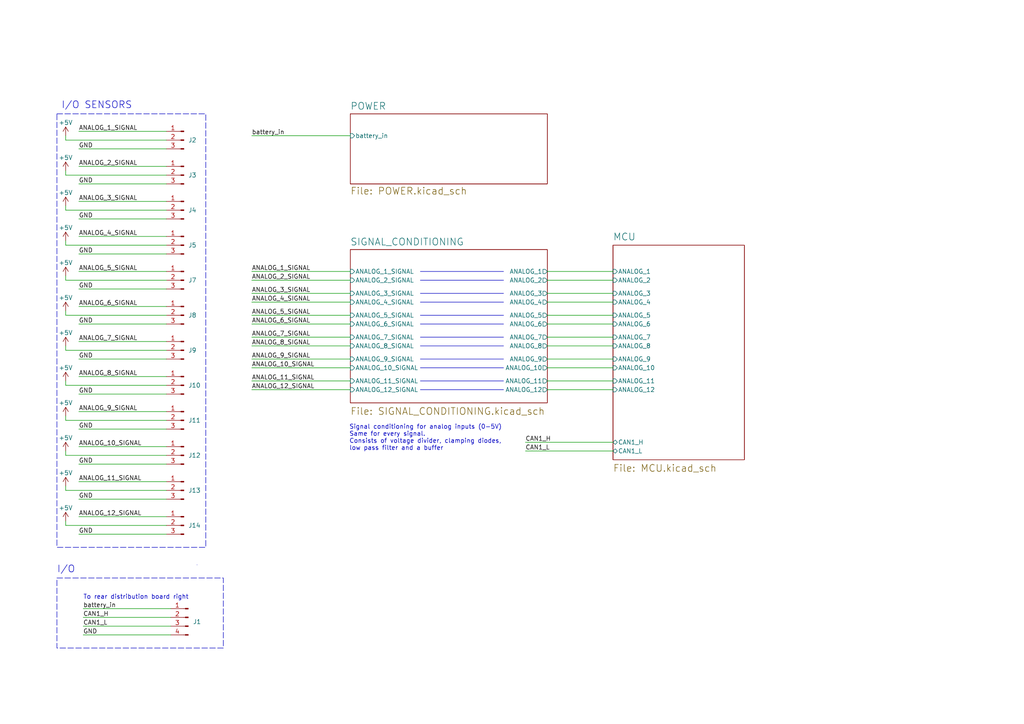
<source format=kicad_sch>
(kicad_sch (version 20230121) (generator eeschema)
  (paper "A4")
  (title_block (title "VEHICLE MEASUREMENT UNIT (VMU)") (date "2020-05-05") (rev "1.0") (company "KTH FORMULA STUDENT") (comment 1 "DeV17/Dev18") (comment 2 "FANNY NYBERG") (comment 3 "FNYBE@KTH.SE"))
  (lib_symbols
    (symbol "Connector:Conn_01x03_Pin" (pin_names (offset 1.016) hide)
      (property "Reference" "J" (at 0 5.08 0))
      (property "Value" "Conn_01x03_Pin" (at 0 -5.08 0))
      (symbol "Conn_01x03_Pin_1_1"
        (polyline (pts (xy 1.27 -2.54) (xy 0.8636 -2.54)) (stroke (width 0.1524)))
        (polyline (pts (xy 1.27 0) (xy 0.8636 0)) (stroke (width 0.1524)))
        (polyline (pts (xy 1.27 2.54) (xy 0.8636 2.54)) (stroke (width 0.1524)))
        (rectangle (start 0.8636 -2.413) (end 0 -2.667) (stroke (width 0.1524)) (fill (type outline)))
        (rectangle (start 0.8636 0.127) (end 0 -0.127) (stroke (width 0.1524)) (fill (type outline)))
        (rectangle (start 0.8636 2.667) (end 0 2.413) (stroke (width 0.1524)) (fill (type outline)))
        (pin passive line (at 5.08 2.54 180) (length 3.81) (name "Pin_1") (number "1"))
        (pin passive line (at 5.08 0 180) (length 3.81) (name "Pin_2") (number "2"))
        (pin passive line (at 5.08 -2.54 180) (length 3.81) (name "Pin_3") (number "3"))
      )
    )
    (symbol "Connector:Conn_01x04_Pin" (pin_names (offset 1.016) hide)
      (property "Reference" "J" (at 0 5.08 0))
      (property "Value" "Conn_01x04_Pin" (at 0 -7.62 0))
      (symbol "Conn_01x04_Pin_1_1"
        (polyline (pts (xy 1.27 -5.08) (xy 0.8636 -5.08)) (stroke (width 0.1524)))
        (polyline (pts (xy 1.27 -2.54) (xy 0.8636 -2.54)) (stroke (width 0.1524)))
        (polyline (pts (xy 1.27 0) (xy 0.8636 0)) (stroke (width 0.1524)))
        (polyline (pts (xy 1.27 2.54) (xy 0.8636 2.54)) (stroke (width 0.1524)))
        (rectangle (start 0.8636 -4.953) (end 0 -5.207) (stroke (width 0.1524)) (fill (type outline)))
        (rectangle (start 0.8636 -2.413) (end 0 -2.667) (stroke (width 0.1524)) (fill (type outline)))
        (rectangle (start 0.8636 0.127) (end 0 -0.127) (stroke (width 0.1524)) (fill (type outline)))
        (rectangle (start 0.8636 2.667) (end 0 2.413) (stroke (width 0.1524)) (fill (type outline)))
        (pin passive line (at 5.08 2.54 180) (length 3.81) (name "Pin_1") (number "1"))
        (pin passive line (at 5.08 0 180) (length 3.81) (name "Pin_2") (number "2"))
        (pin passive line (at 5.08 -2.54 180) (length 3.81) (name "Pin_3") (number "3"))
        (pin passive line (at 5.08 -5.08 180) (length 3.81) (name "Pin_4") (number "4"))
      )
    )
    (symbol "power:+5V" (power) (pin_names (offset 0))
      (property "Value" "+5V" (at 0 3.556 0))
      (symbol "+5V_0_1"
        (polyline (pts (xy -0.762 1.27) (xy 0 2.54)))
        (polyline (pts (xy 0 0) (xy 0 2.54)))
        (polyline (pts (xy 0 2.54) (xy 0.762 1.27)))
      )
      (symbol "+5V_1_1"
        (pin power_in line (at 0 0 90) (length 0) hide (name "+5V") (number "1"))
      )
    )
  )
  (wire (pts (xy 22.86 144.78) (xy 48.26 144.78)))
  (wire (pts (xy 22.86 68.58) (xy 48.26 68.58)))
  (wire (pts (xy 177.8 110.49) (xy 158.75 110.49)))
  (wire (pts (xy 22.86 114.3) (xy 48.26 114.3)))
  (wire (pts (xy 177.8 93.98) (xy 158.75 93.98)))
  (wire (pts (xy 19.05 101.6) (xy 19.05 100.33)))
  (wire (pts (xy 48.26 71.12) (xy 19.05 71.12)))
  (wire (pts (xy 177.8 104.14) (xy 158.75 104.14)))
  (wire (pts (xy 73.025 100.33) (xy 101.6 100.33)))
  (wire (pts (xy 73.025 91.44) (xy 101.6 91.44)))
  (wire (pts (xy 73.025 113.03) (xy 101.6 113.03)))
  (wire (pts (xy 22.86 73.66) (xy 48.26 73.66)))
  (polyline (pts (xy 121.92 85.09) (xy 146.05 85.09)))
  (wire (pts (xy 48.26 50.8) (xy 19.05 50.8)))
  (wire (pts (xy 19.05 40.64) (xy 19.05 39.37)))
  (wire (pts (xy 22.86 109.22) (xy 48.26 109.22)))
  (wire (pts (xy 22.86 104.14) (xy 48.26 104.14)))
  (wire (pts (xy 152.4 130.81) (xy 177.8 130.81)))
  (wire (pts (xy 48.26 111.76) (xy 19.05 111.76)))
  (wire (pts (xy 24.13 176.53) (xy 49.53 176.53)))
  (polyline (pts (xy 146.05 104.14) (xy 121.92 104.14)))
  (wire (pts (xy 48.26 40.64) (xy 19.05 40.64)))
  (wire (pts (xy 19.05 121.92) (xy 19.05 120.65)))
  (wire (pts (xy 177.8 113.03) (xy 158.75 113.03)))
  (polyline (pts (xy 146.05 100.33) (xy 121.92 100.33)))
  (wire (pts (xy 48.26 101.6) (xy 19.05 101.6)))
  (wire (pts (xy 158.75 97.79) (xy 177.8 97.79)))
  (wire (pts (xy 24.13 184.15) (xy 49.53 184.15)))
  (wire (pts (xy 22.86 38.1) (xy 48.26 38.1)))
  (wire (pts (xy 48.26 142.24) (xy 19.05 142.24)))
  (wire (pts (xy 22.86 53.34) (xy 48.26 53.34)))
  (wire (pts (xy 48.26 81.28) (xy 19.05 81.28)))
  (wire (pts (xy 19.05 152.4) (xy 19.05 151.13)))
  (wire (pts (xy 19.05 132.08) (xy 19.05 130.81)))
  (wire (pts (xy 73.025 81.28) (xy 101.6 81.28)))
  (wire (pts (xy 73.025 104.14) (xy 101.6 104.14)))
  (wire (pts (xy 177.8 106.68) (xy 158.75 106.68)))
  (wire (pts (xy 73.025 78.74) (xy 101.6 78.74)))
  (polyline (pts (xy 146.05 106.68) (xy 121.92 106.68)))
  (wire (pts (xy 22.86 134.62) (xy 48.26 134.62)))
  (wire (pts (xy 22.86 149.86) (xy 48.26 149.86)))
  (wire (pts (xy 24.13 181.61) (xy 49.53 181.61)))
  (wire (pts (xy 73.025 87.63) (xy 101.6 87.63)))
  (wire (pts (xy 22.86 88.9) (xy 48.26 88.9)))
  (wire (pts (xy 22.86 78.74) (xy 48.26 78.74)))
  (wire (pts (xy 48.26 91.44) (xy 19.05 91.44)))
  (wire (pts (xy 48.26 152.4) (xy 19.05 152.4)))
  (wire (pts (xy 73.025 93.98) (xy 101.6 93.98)))
  (wire (pts (xy 48.26 121.92) (xy 19.05 121.92)))
  (wire (pts (xy 22.86 43.18) (xy 48.26 43.18)))
  (wire (pts (xy 158.75 78.74) (xy 177.8 78.74)))
  (polyline (pts (xy 146.05 93.98) (xy 121.92 93.98)))
  (wire (pts (xy 73.025 85.09) (xy 101.6 85.09)))
  (wire (pts (xy 22.86 119.38) (xy 48.26 119.38)))
  (wire (pts (xy 22.86 48.26) (xy 48.26 48.26)))
  (polyline (pts (xy 146.05 113.03) (xy 121.92 113.03)))
  (wire (pts (xy 73.025 110.49) (xy 101.6 110.49)))
  (wire (pts (xy 22.86 154.94) (xy 48.26 154.94)))
  (wire (pts (xy 152.4 128.27) (xy 177.8 128.27)))
  (wire (pts (xy 22.86 139.7) (xy 48.26 139.7)))
  (wire (pts (xy 48.26 132.08) (xy 19.05 132.08)))
  (polyline (pts (xy 121.92 91.44) (xy 146.05 91.44)))
  (wire (pts (xy 19.05 71.12) (xy 19.05 69.85)))
  (polyline (pts (xy 146.05 87.63) (xy 121.92 87.63)))
  (wire (pts (xy 158.75 85.09) (xy 177.8 85.09)))
  (wire (pts (xy 48.26 60.96) (xy 19.05 60.96)))
  (polyline (pts (xy 121.92 78.74) (xy 146.05 78.74)))
  (wire (pts (xy 177.8 87.63) (xy 158.75 87.63)))
  (polyline (pts (xy 121.92 97.79) (xy 146.05 97.79)))
  (wire (pts (xy 177.8 81.28) (xy 158.75 81.28)))
  (wire (pts (xy 73.025 39.37) (xy 101.6 39.37)))
  (wire (pts (xy 22.86 83.82) (xy 48.26 83.82)))
  (wire (pts (xy 22.86 99.06) (xy 48.26 99.06)))
  (wire (pts (xy 19.05 91.44) (xy 19.05 90.17)))
  (wire (pts (xy 177.8 100.33) (xy 158.75 100.33)))
  (wire (pts (xy 22.86 129.54) (xy 48.26 129.54)))
  (wire (pts (xy 22.86 124.46) (xy 48.26 124.46)))
  (polyline (pts (xy 146.05 81.28) (xy 121.92 81.28)))
  (wire (pts (xy 22.86 58.42) (xy 48.26 58.42)))
  (wire (pts (xy 158.75 91.44) (xy 177.8 91.44)))
  (wire (pts (xy 22.86 93.98) (xy 48.26 93.98)))
  (polyline (pts (xy 146.05 110.49) (xy 121.92 110.49)))
  (wire (pts (xy 19.05 60.96) (xy 19.05 59.69)))
  (wire (pts (xy 19.05 50.8) (xy 19.05 49.53)))
  (wire (pts (xy 19.05 111.76) (xy 19.05 110.49)))
  (wire (pts (xy 73.025 106.68) (xy 101.6 106.68)))
  (wire (pts (xy 24.13 179.07) (xy 49.53 179.07)))
  (wire (pts (xy 19.05 142.24) (xy 19.05 140.97)))
  (wire (pts (xy 73.025 97.79) (xy 101.6 97.79)))
  (wire (pts (xy 22.86 63.5) (xy 48.26 63.5)))
  (wire (pts (xy 19.05 81.28) (xy 19.05 80.01)))
  (rectangle (start 16.51 167.64) (end 64.77 187.96) (stroke (width 0) (type dash)))
  (rectangle (start 16.51 33.02) (end 59.69 158.75) (stroke (width 0) (type dash)))
  (rectangle (start 57.15 163.83) (end 57.15 163.83))
  (text "I/O SENSORS" (at 17.78 31.75 0) (effects (font (size 2 2)) (justify left bottom)))
  (text "I/O" (at 16.51 166.37 0) (effects (font (size 2 2)) (justify left bottom)))
  (text " Signal conditioning for analog inputs (0-5V)\n Same for every signal.\n Consists of voltage divider, clamping diodes,\n low pass filter and a buffer" (at 100.33 130.81 0) (effects (font (size 1.27 1.27)) (justify left bottom)))
  (text "To rear distribution board right\n" (at 24.13 173.99 0) (effects (font (size 1.27 1.27)) (justify left bottom)))
  (label "GND" (at 22.86 63.5 0))
  (label "ANALOG_7_SIGNAL" (at 22.86 99.06 0))
  (label "ANALOG_12_SIGNAL" (at 22.86 149.86 0))
  (label "ANALOG_4_SIGNAL" (at 73.025 87.63 0))
  (label "GND" (at 24.13 184.15 0))
  (label "ANALOG_8_SIGNAL" (at 73.025 100.33 0))
  (label "ANALOG_2_SIGNAL" (at 22.86 48.26 0))
  (label "ANALOG_6_SIGNAL" (at 73.025 93.98 0))
  (label "CAN1_L" (at 24.13 181.61 0))
  (label "GND" (at 22.86 134.62 0))
  (label "ANALOG_1_SIGNAL" (at 73.025 78.74 0))
  (label "ANALOG_10_SIGNAL" (at 73.025 106.68 0))
  (label "GND" (at 22.86 104.14 0))
  (label "GND" (at 22.86 93.98 0))
  (label "ANALOG_2_SIGNAL" (at 73.025 81.28 0))
  (label "ANALOG_3_SIGNAL" (at 73.025 85.09 0))
  (label "ANALOG_9_SIGNAL" (at 73.025 104.14 0))
  (label "battery_in" (at 24.13 176.53 0))
  (label "GND" (at 22.86 53.34 0))
  (label "ANALOG_9_SIGNAL" (at 22.86 119.38 0))
  (label "ANALOG_5_SIGNAL" (at 22.86 78.74 0))
  (label "ANALOG_10_SIGNAL" (at 22.86 129.54 0))
  (label "CAN1_H" (at 152.4 128.27 0))
  (label "GND" (at 22.86 83.82 0))
  (label "GND" (at 22.86 73.66 0))
  (label "ANALOG_8_SIGNAL" (at 22.86 109.22 0))
  (label "CAN1_H" (at 24.13 179.07 0))
  (label "ANALOG_6_SIGNAL" (at 22.86 88.9 0))
  (label "ANALOG_4_SIGNAL" (at 22.86 68.58 0))
  (label "ANALOG_3_SIGNAL" (at 22.86 58.42 0))
  (label "battery_in" (at 73.025 39.37 0))
  (label "ANALOG_12_SIGNAL" (at 73.025 113.03 0))
  (label "GND" (at 22.86 43.18 0))
  (label "ANALOG_1_SIGNAL" (at 22.86 38.1 0))
  (label "ANALOG_11_SIGNAL" (at 22.86 139.7 0))
  (label "ANALOG_11_SIGNAL" (at 73.025 110.49 0))
  (label "ANALOG_5_SIGNAL" (at 73.025 91.44 0))
  (label "CAN1_L" (at 152.4 130.81 0))
  (label "ANALOG_7_SIGNAL" (at 73.025 97.79 0))
  (label "GND" (at 22.86 154.94 0))
  (label "GND" (at 22.86 124.46 0))
  (label "GND" (at 22.86 114.3 0))
  (label "GND" (at 22.86 144.78 0))
  (symbol (lib_id "power:+5V") (at 19.05 110.49 0) (unit 1)
    (property "Reference" "#PWR030" (effects hide))
    (property "Value" "+5V" (at 19.05 106.68 0))
  )
  (symbol (lib_id "Connector:Conn_01x03_Pin") (at 53.34 121.92 0) (mirror y) (unit 1)
    (property "Reference" "J11" (at 54.61 121.92 0) (effects (justify right)))
    (property "Value" "Conn_01x03_Pin" (effects hide))
  )
  (symbol (lib_id "Connector:Conn_01x03_Pin") (at 53.34 91.44 0) (mirror y) (unit 1)
    (property "Reference" "J8" (at 54.61 91.44 0) (effects (justify right)))
    (property "Value" "Conn_01x03_Pin" (effects hide))
  )
  (symbol (lib_id "power:+5V") (at 19.05 100.33 0) (unit 1)
    (property "Reference" "#PWR029" (effects hide))
    (property "Value" "+5V" (at 19.05 96.52 0))
  )
  (symbol (lib_id "power:+5V") (at 19.05 120.65 0) (unit 1)
    (property "Reference" "#PWR031" (effects hide))
    (property "Value" "+5V" (at 19.05 116.84 0))
  )
  (symbol (lib_id "Connector:Conn_01x03_Pin") (at 53.34 132.08 0) (mirror y) (unit 1)
    (property "Reference" "J12" (at 54.61 132.08 0) (effects (justify right)))
    (property "Value" "Conn_01x03_Pin" (effects hide))
  )
  (symbol (lib_id "power:+5V") (at 19.05 130.81 0) (unit 1)
    (property "Reference" "#PWR032" (effects hide))
    (property "Value" "+5V" (at 19.05 127 0))
  )
  (symbol (lib_id "Connector:Conn_01x03_Pin") (at 53.34 152.4 0) (mirror y) (unit 1)
    (property "Reference" "J14" (at 54.61 152.4 0) (effects (justify right)))
    (property "Value" "Conn_01x03_Pin" (effects hide))
  )
  (symbol (lib_id "Connector:Conn_01x03_Pin") (at 53.34 40.64 0) (mirror y) (unit 1)
    (property "Reference" "J2" (at 54.61 40.64 0) (effects (justify right)))
    (property "Value" "Conn_01x03_Pin" (effects hide))
  )
  (symbol (lib_id "power:+5V") (at 19.05 90.17 0) (unit 1)
    (property "Reference" "#PWR028" (effects hide))
    (property "Value" "+5V" (at 19.05 86.36 0))
  )
  (symbol (lib_id "power:+5V") (at 19.05 39.37 0) (unit 1)
    (property "Reference" "#PWR021" (effects hide))
    (property "Value" "+5V" (at 19.05 35.56 0))
  )
  (symbol (lib_id "power:+5V") (at 19.05 69.85 0) (unit 1)
    (property "Reference" "#PWR025" (effects hide))
    (property "Value" "+5V" (at 19.05 66.04 0))
  )
  (symbol (lib_id "power:+5V") (at 19.05 140.97 0) (unit 1)
    (property "Reference" "#PWR033" (effects hide))
    (property "Value" "+5V" (at 19.05 137.16 0))
  )
  (symbol (lib_id "Connector:Conn_01x03_Pin") (at 53.34 101.6 0) (mirror y) (unit 1)
    (property "Reference" "J9" (at 54.61 101.6 0) (effects (justify right)))
    (property "Value" "Conn_01x03_Pin" (effects hide))
  )
  (symbol (lib_id "Connector:Conn_01x03_Pin") (at 53.34 111.76 0) (mirror y) (unit 1)
    (property "Reference" "J10" (at 54.61 111.76 0) (effects (justify right)))
    (property "Value" "Conn_01x03_Pin" (effects hide))
  )
  (symbol (lib_id "Connector:Conn_01x03_Pin") (at 53.34 142.24 0) (mirror y) (unit 1)
    (property "Reference" "J13" (at 54.61 142.24 0) (effects (justify right)))
    (property "Value" "Conn_01x03_Pin" (effects hide))
  )
  (symbol (lib_id "power:+5V") (at 19.05 80.01 0) (unit 1)
    (property "Reference" "#PWR027" (effects hide))
    (property "Value" "+5V" (at 19.05 76.2 0))
  )
  (symbol (lib_id "power:+5V") (at 19.05 151.13 0) (unit 1)
    (property "Reference" "#PWR034" (effects hide))
    (property "Value" "+5V" (at 19.05 147.32 0))
  )
  (symbol (lib_id "Connector:Conn_01x03_Pin") (at 53.34 50.8 0) (mirror y) (unit 1)
    (property "Reference" "J3" (at 54.61 50.8 0) (effects (justify right)))
    (property "Value" "Conn_01x03_Pin" (effects hide))
  )
  (symbol (lib_id "power:+5V") (at 19.05 49.53 0) (unit 1)
    (property "Reference" "#PWR023" (effects hide))
    (property "Value" "+5V" (at 19.05 45.72 0))
  )
  (symbol (lib_id "Connector:Conn_01x04_Pin") (at 54.61 179.07 0) (mirror y) (unit 1)
    (property "Reference" "J1" (at 57.15 180.34 0))
    (property "Value" "Conn_01x04_Pin" (effects hide))
  )
  (symbol (lib_id "Connector:Conn_01x03_Pin") (at 53.34 71.12 0) (mirror y) (unit 1)
    (property "Reference" "J5" (at 54.61 71.12 0) (effects (justify right)))
    (property "Value" "Conn_01x03_Pin" (effects hide))
  )
  (symbol (lib_id "Connector:Conn_01x03_Pin") (at 53.34 81.28 0) (mirror y) (unit 1)
    (property "Reference" "J7" (at 54.61 81.28 0) (effects (justify right)))
    (property "Value" "Conn_01x03_Pin" (effects hide))
  )
  (symbol (lib_id "power:+5V") (at 19.05 59.69 0) (unit 1)
    (property "Reference" "#PWR024" (effects hide))
    (property "Value" "+5V" (at 19.05 55.88 0))
  )
  (symbol (lib_id "Connector:Conn_01x03_Pin") (at 53.34 60.96 0) (mirror y) (unit 1)
    (property "Reference" "J4" (at 54.61 60.96 0) (effects (justify right)))
    (property "Value" "Conn_01x03_Pin" (effects hide))
  )
  (sheet (at 177.8 71.12) (size 38.1 62.23)
    (property "Sheetname" "MCU" (at 177.8 69.85 0) (effects (font (size 2.0066 2.0066)) (justify left bottom)))
    (property "Sheetfile" "MCU.kicad_sch" (at 177.8 134.62 0) (effects (font (size 2.0066 2.0066)) (justify left top)))
    (pin "CAN1_H" bidirectional (at 177.8 128.27 180))
    (pin "CAN1_L" bidirectional (at 177.8 130.81 180))
    (pin "ANALOG_1" input (at 177.8 78.74 180))
    (pin "ANALOG_2" input (at 177.8 81.28 180))
    (pin "ANALOG_3" input (at 177.8 85.09 180))
    (pin "ANALOG_4" input (at 177.8 87.63 180))
    (pin "ANALOG_8" input (at 177.8 100.33 180))
    (pin "ANALOG_7" input (at 177.8 97.79 180))
    (pin "ANALOG_5" input (at 177.8 91.44 180))
    (pin "ANALOG_6" input (at 177.8 93.98 180))
    (pin "ANALOG_12" input (at 177.8 113.03 180))
    (pin "ANALOG_11" input (at 177.8 110.49 180))
    (pin "ANALOG_9" input (at 177.8 104.14 180))
    (pin "ANALOG_10" input (at 177.8 106.68 180))
  )
  (sheet (at 101.6 72.39) (size 57.15 44.45)
    (property "Sheetname" "SIGNAL_CONDITIONING" (at 101.6 71.3101 0) (effects (font (size 2.0066 2.0066)) (justify left bottom)))
    (property "Sheetfile" "SIGNAL_CONDITIONING.kicad_sch" (at 101.6 118.11 0) (effects (font (size 2.0066 2.0066)) (justify left top)))
    (pin "ANALOG_2_SIGNAL" input (at 101.6 81.28 180))
    (pin "ANALOG_1_SIGNAL" input (at 101.6 78.74 180))
    (pin "ANALOG_4_SIGNAL" input (at 101.6 87.63 180))
    (pin "ANALOG_3_SIGNAL" input (at 101.6 85.09 180))
    (pin "ANALOG_6_SIGNAL" input (at 101.6 93.98 180))
    (pin "ANALOG_7_SIGNAL" input (at 101.6 97.79 180))
    (pin "ANALOG_8_SIGNAL" input (at 101.6 100.33 180))
    (pin "ANALOG_5_SIGNAL" input (at 101.6 91.44 180))
    (pin "ANALOG_1" output (at 158.75 78.74 0))
    (pin "ANALOG_4" output (at 158.75 87.63 0))
    (pin "ANALOG_3" output (at 158.75 85.09 0))
    (pin "ANALOG_6" output (at 158.75 93.98 0))
    (pin "ANALOG_5" output (at 158.75 91.44 0))
    (pin "ANALOG_7" output (at 158.75 97.79 0))
    (pin "ANALOG_8" output (at 158.75 100.33 0))
    (pin "ANALOG_2" output (at 158.75 81.28 0))
    (pin "ANALOG_10_SIGNAL" input (at 101.6 106.68 180))
    (pin "ANALOG_9_SIGNAL" input (at 101.6 104.14 180))
    (pin "ANALOG_11" output (at 158.75 110.49 0))
    (pin "ANALOG_10" output (at 158.75 106.68 0))
    (pin "ANALOG_12" output (at 158.75 113.03 0))
    (pin "ANALOG_9" output (at 158.75 104.14 0))
    (pin "ANALOG_12_SIGNAL" input (at 101.6 113.03 180))
    (pin "ANALOG_11_SIGNAL" input (at 101.6 110.49 180))
  )
  (sheet (at 101.6 33.02) (size 57.15 20.32)
    (property "Sheetname" "POWER" (at 101.6 31.9401 0) (effects (font (size 2.0066 2.0066)) (justify left bottom)))
    (property "Sheetfile" "POWER.kicad_sch" (at 101.6 54.2192 0) (effects (font (size 2.0066 2.0066)) (justify left top)))
    (pin "battery_in" input (at 101.6 39.37 180))
  )
)
</source>
